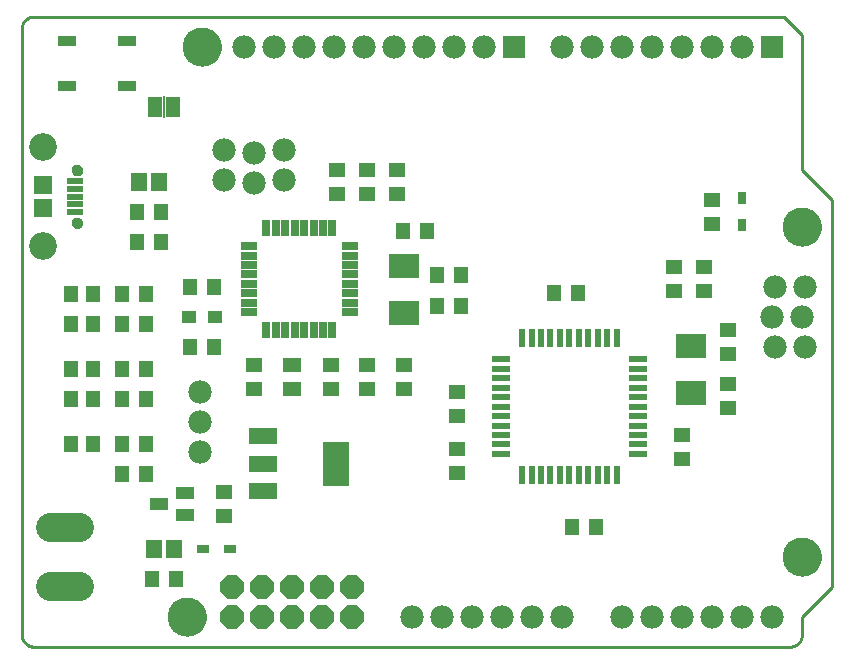
<source format=gts>
G75*
%MOIN*%
%OFA0B0*%
%FSLAX25Y25*%
%IPPOS*%
%LPD*%
%AMOC8*
5,1,8,0,0,1.08239X$1,22.5*
%
%ADD10C,0.01000*%
%ADD11C,0.00000*%
%ADD12C,0.12998*%
%ADD13C,0.07800*%
%ADD14R,0.07800X0.07800*%
%ADD15C,0.09258*%
%ADD16R,0.05715X0.01975*%
%ADD17R,0.05906X0.05906*%
%ADD18C,0.03746*%
%ADD19R,0.06306X0.02369*%
%ADD20R,0.02369X0.06306*%
%ADD21R,0.05400X0.02600*%
%ADD22R,0.02600X0.05400*%
%ADD23R,0.05518X0.06306*%
%ADD24R,0.05124X0.05518*%
%ADD25R,0.05124X0.04337*%
%ADD26R,0.09849X0.08274*%
%ADD27R,0.05518X0.05124*%
%ADD28R,0.09200X0.05200*%
%ADD29R,0.09061X0.14573*%
%ADD30R,0.02762X0.04337*%
%ADD31R,0.06400X0.03400*%
%ADD32R,0.05000X0.06700*%
%ADD33R,0.00600X0.07200*%
%ADD34OC8,0.07800*%
%ADD35C,0.09770*%
%ADD36R,0.05912X0.04337*%
%ADD37R,0.04337X0.02762*%
%ADD38R,0.06109X0.05124*%
D10*
X0024473Y0009437D02*
X0024473Y0211563D01*
X0024475Y0211687D01*
X0024481Y0211810D01*
X0024490Y0211934D01*
X0024504Y0212056D01*
X0024521Y0212179D01*
X0024543Y0212301D01*
X0024568Y0212422D01*
X0024597Y0212542D01*
X0024629Y0212661D01*
X0024666Y0212780D01*
X0024706Y0212897D01*
X0024749Y0213012D01*
X0024797Y0213127D01*
X0024848Y0213239D01*
X0024902Y0213350D01*
X0024960Y0213460D01*
X0025021Y0213567D01*
X0025086Y0213673D01*
X0025154Y0213776D01*
X0025225Y0213877D01*
X0025299Y0213976D01*
X0025376Y0214073D01*
X0025457Y0214167D01*
X0025540Y0214258D01*
X0025626Y0214347D01*
X0025715Y0214433D01*
X0025806Y0214516D01*
X0025900Y0214597D01*
X0025997Y0214674D01*
X0026096Y0214748D01*
X0026197Y0214819D01*
X0026300Y0214887D01*
X0026406Y0214952D01*
X0026513Y0215013D01*
X0026623Y0215071D01*
X0026734Y0215125D01*
X0026846Y0215176D01*
X0026961Y0215224D01*
X0027076Y0215267D01*
X0027193Y0215307D01*
X0027312Y0215344D01*
X0027431Y0215376D01*
X0027551Y0215405D01*
X0027672Y0215430D01*
X0027794Y0215452D01*
X0027917Y0215469D01*
X0028039Y0215483D01*
X0028163Y0215492D01*
X0028286Y0215498D01*
X0028410Y0215500D01*
X0278473Y0215500D01*
X0284473Y0209500D01*
X0284473Y0164500D01*
X0294473Y0154500D01*
X0294473Y0025500D01*
X0284473Y0015500D01*
X0284473Y0009437D01*
X0284471Y0009313D01*
X0284465Y0009190D01*
X0284456Y0009066D01*
X0284442Y0008944D01*
X0284425Y0008821D01*
X0284403Y0008699D01*
X0284378Y0008578D01*
X0284349Y0008458D01*
X0284317Y0008339D01*
X0284280Y0008220D01*
X0284240Y0008103D01*
X0284197Y0007988D01*
X0284149Y0007873D01*
X0284098Y0007761D01*
X0284044Y0007650D01*
X0283986Y0007540D01*
X0283925Y0007433D01*
X0283860Y0007327D01*
X0283792Y0007224D01*
X0283721Y0007123D01*
X0283647Y0007024D01*
X0283570Y0006927D01*
X0283489Y0006833D01*
X0283406Y0006742D01*
X0283320Y0006653D01*
X0283231Y0006567D01*
X0283140Y0006484D01*
X0283046Y0006403D01*
X0282949Y0006326D01*
X0282850Y0006252D01*
X0282749Y0006181D01*
X0282646Y0006113D01*
X0282540Y0006048D01*
X0282433Y0005987D01*
X0282323Y0005929D01*
X0282212Y0005875D01*
X0282100Y0005824D01*
X0281985Y0005776D01*
X0281870Y0005733D01*
X0281753Y0005693D01*
X0281634Y0005656D01*
X0281515Y0005624D01*
X0281395Y0005595D01*
X0281274Y0005570D01*
X0281152Y0005548D01*
X0281029Y0005531D01*
X0280907Y0005517D01*
X0280783Y0005508D01*
X0280660Y0005502D01*
X0280536Y0005500D01*
X0028410Y0005500D01*
X0028286Y0005502D01*
X0028163Y0005508D01*
X0028039Y0005517D01*
X0027917Y0005531D01*
X0027794Y0005548D01*
X0027672Y0005570D01*
X0027551Y0005595D01*
X0027431Y0005624D01*
X0027312Y0005656D01*
X0027193Y0005693D01*
X0027076Y0005733D01*
X0026961Y0005776D01*
X0026846Y0005824D01*
X0026734Y0005875D01*
X0026623Y0005929D01*
X0026513Y0005987D01*
X0026406Y0006048D01*
X0026300Y0006113D01*
X0026197Y0006181D01*
X0026096Y0006252D01*
X0025997Y0006326D01*
X0025900Y0006403D01*
X0025806Y0006484D01*
X0025715Y0006567D01*
X0025626Y0006653D01*
X0025540Y0006742D01*
X0025457Y0006833D01*
X0025376Y0006927D01*
X0025299Y0007024D01*
X0025225Y0007123D01*
X0025154Y0007224D01*
X0025086Y0007327D01*
X0025021Y0007433D01*
X0024960Y0007540D01*
X0024902Y0007650D01*
X0024848Y0007761D01*
X0024797Y0007873D01*
X0024749Y0007988D01*
X0024706Y0008103D01*
X0024666Y0008220D01*
X0024629Y0008339D01*
X0024597Y0008458D01*
X0024568Y0008578D01*
X0024543Y0008699D01*
X0024521Y0008821D01*
X0024504Y0008944D01*
X0024490Y0009066D01*
X0024481Y0009190D01*
X0024475Y0009313D01*
X0024473Y0009437D01*
D11*
X0073174Y0015500D02*
X0073176Y0015658D01*
X0073182Y0015816D01*
X0073192Y0015974D01*
X0073206Y0016132D01*
X0073224Y0016289D01*
X0073245Y0016446D01*
X0073271Y0016602D01*
X0073301Y0016758D01*
X0073334Y0016913D01*
X0073372Y0017066D01*
X0073413Y0017219D01*
X0073458Y0017371D01*
X0073507Y0017522D01*
X0073560Y0017671D01*
X0073616Y0017819D01*
X0073676Y0017965D01*
X0073740Y0018110D01*
X0073808Y0018253D01*
X0073879Y0018395D01*
X0073953Y0018535D01*
X0074031Y0018672D01*
X0074113Y0018808D01*
X0074197Y0018942D01*
X0074286Y0019073D01*
X0074377Y0019202D01*
X0074472Y0019329D01*
X0074569Y0019454D01*
X0074670Y0019576D01*
X0074774Y0019695D01*
X0074881Y0019812D01*
X0074991Y0019926D01*
X0075104Y0020037D01*
X0075219Y0020146D01*
X0075337Y0020251D01*
X0075458Y0020353D01*
X0075581Y0020453D01*
X0075707Y0020549D01*
X0075835Y0020642D01*
X0075965Y0020732D01*
X0076098Y0020818D01*
X0076233Y0020902D01*
X0076369Y0020981D01*
X0076508Y0021058D01*
X0076649Y0021130D01*
X0076791Y0021200D01*
X0076935Y0021265D01*
X0077081Y0021327D01*
X0077228Y0021385D01*
X0077377Y0021440D01*
X0077527Y0021491D01*
X0077678Y0021538D01*
X0077830Y0021581D01*
X0077983Y0021620D01*
X0078138Y0021656D01*
X0078293Y0021687D01*
X0078449Y0021715D01*
X0078605Y0021739D01*
X0078762Y0021759D01*
X0078920Y0021775D01*
X0079077Y0021787D01*
X0079236Y0021795D01*
X0079394Y0021799D01*
X0079552Y0021799D01*
X0079710Y0021795D01*
X0079869Y0021787D01*
X0080026Y0021775D01*
X0080184Y0021759D01*
X0080341Y0021739D01*
X0080497Y0021715D01*
X0080653Y0021687D01*
X0080808Y0021656D01*
X0080963Y0021620D01*
X0081116Y0021581D01*
X0081268Y0021538D01*
X0081419Y0021491D01*
X0081569Y0021440D01*
X0081718Y0021385D01*
X0081865Y0021327D01*
X0082011Y0021265D01*
X0082155Y0021200D01*
X0082297Y0021130D01*
X0082438Y0021058D01*
X0082577Y0020981D01*
X0082713Y0020902D01*
X0082848Y0020818D01*
X0082981Y0020732D01*
X0083111Y0020642D01*
X0083239Y0020549D01*
X0083365Y0020453D01*
X0083488Y0020353D01*
X0083609Y0020251D01*
X0083727Y0020146D01*
X0083842Y0020037D01*
X0083955Y0019926D01*
X0084065Y0019812D01*
X0084172Y0019695D01*
X0084276Y0019576D01*
X0084377Y0019454D01*
X0084474Y0019329D01*
X0084569Y0019202D01*
X0084660Y0019073D01*
X0084749Y0018942D01*
X0084833Y0018808D01*
X0084915Y0018672D01*
X0084993Y0018535D01*
X0085067Y0018395D01*
X0085138Y0018253D01*
X0085206Y0018110D01*
X0085270Y0017965D01*
X0085330Y0017819D01*
X0085386Y0017671D01*
X0085439Y0017522D01*
X0085488Y0017371D01*
X0085533Y0017219D01*
X0085574Y0017066D01*
X0085612Y0016913D01*
X0085645Y0016758D01*
X0085675Y0016602D01*
X0085701Y0016446D01*
X0085722Y0016289D01*
X0085740Y0016132D01*
X0085754Y0015974D01*
X0085764Y0015816D01*
X0085770Y0015658D01*
X0085772Y0015500D01*
X0085770Y0015342D01*
X0085764Y0015184D01*
X0085754Y0015026D01*
X0085740Y0014868D01*
X0085722Y0014711D01*
X0085701Y0014554D01*
X0085675Y0014398D01*
X0085645Y0014242D01*
X0085612Y0014087D01*
X0085574Y0013934D01*
X0085533Y0013781D01*
X0085488Y0013629D01*
X0085439Y0013478D01*
X0085386Y0013329D01*
X0085330Y0013181D01*
X0085270Y0013035D01*
X0085206Y0012890D01*
X0085138Y0012747D01*
X0085067Y0012605D01*
X0084993Y0012465D01*
X0084915Y0012328D01*
X0084833Y0012192D01*
X0084749Y0012058D01*
X0084660Y0011927D01*
X0084569Y0011798D01*
X0084474Y0011671D01*
X0084377Y0011546D01*
X0084276Y0011424D01*
X0084172Y0011305D01*
X0084065Y0011188D01*
X0083955Y0011074D01*
X0083842Y0010963D01*
X0083727Y0010854D01*
X0083609Y0010749D01*
X0083488Y0010647D01*
X0083365Y0010547D01*
X0083239Y0010451D01*
X0083111Y0010358D01*
X0082981Y0010268D01*
X0082848Y0010182D01*
X0082713Y0010098D01*
X0082577Y0010019D01*
X0082438Y0009942D01*
X0082297Y0009870D01*
X0082155Y0009800D01*
X0082011Y0009735D01*
X0081865Y0009673D01*
X0081718Y0009615D01*
X0081569Y0009560D01*
X0081419Y0009509D01*
X0081268Y0009462D01*
X0081116Y0009419D01*
X0080963Y0009380D01*
X0080808Y0009344D01*
X0080653Y0009313D01*
X0080497Y0009285D01*
X0080341Y0009261D01*
X0080184Y0009241D01*
X0080026Y0009225D01*
X0079869Y0009213D01*
X0079710Y0009205D01*
X0079552Y0009201D01*
X0079394Y0009201D01*
X0079236Y0009205D01*
X0079077Y0009213D01*
X0078920Y0009225D01*
X0078762Y0009241D01*
X0078605Y0009261D01*
X0078449Y0009285D01*
X0078293Y0009313D01*
X0078138Y0009344D01*
X0077983Y0009380D01*
X0077830Y0009419D01*
X0077678Y0009462D01*
X0077527Y0009509D01*
X0077377Y0009560D01*
X0077228Y0009615D01*
X0077081Y0009673D01*
X0076935Y0009735D01*
X0076791Y0009800D01*
X0076649Y0009870D01*
X0076508Y0009942D01*
X0076369Y0010019D01*
X0076233Y0010098D01*
X0076098Y0010182D01*
X0075965Y0010268D01*
X0075835Y0010358D01*
X0075707Y0010451D01*
X0075581Y0010547D01*
X0075458Y0010647D01*
X0075337Y0010749D01*
X0075219Y0010854D01*
X0075104Y0010963D01*
X0074991Y0011074D01*
X0074881Y0011188D01*
X0074774Y0011305D01*
X0074670Y0011424D01*
X0074569Y0011546D01*
X0074472Y0011671D01*
X0074377Y0011798D01*
X0074286Y0011927D01*
X0074197Y0012058D01*
X0074113Y0012192D01*
X0074031Y0012328D01*
X0073953Y0012465D01*
X0073879Y0012605D01*
X0073808Y0012747D01*
X0073740Y0012890D01*
X0073676Y0013035D01*
X0073616Y0013181D01*
X0073560Y0013329D01*
X0073507Y0013478D01*
X0073458Y0013629D01*
X0073413Y0013781D01*
X0073372Y0013934D01*
X0073334Y0014087D01*
X0073301Y0014242D01*
X0073271Y0014398D01*
X0073245Y0014554D01*
X0073224Y0014711D01*
X0073206Y0014868D01*
X0073192Y0015026D01*
X0073182Y0015184D01*
X0073176Y0015342D01*
X0073174Y0015500D01*
X0041218Y0146740D02*
X0041220Y0146821D01*
X0041226Y0146903D01*
X0041236Y0146984D01*
X0041250Y0147064D01*
X0041267Y0147143D01*
X0041289Y0147222D01*
X0041314Y0147299D01*
X0041343Y0147376D01*
X0041376Y0147450D01*
X0041413Y0147523D01*
X0041452Y0147594D01*
X0041496Y0147663D01*
X0041542Y0147730D01*
X0041592Y0147794D01*
X0041645Y0147856D01*
X0041701Y0147916D01*
X0041759Y0147972D01*
X0041821Y0148026D01*
X0041885Y0148077D01*
X0041951Y0148124D01*
X0042019Y0148168D01*
X0042090Y0148209D01*
X0042162Y0148246D01*
X0042237Y0148280D01*
X0042312Y0148310D01*
X0042390Y0148336D01*
X0042468Y0148359D01*
X0042547Y0148377D01*
X0042627Y0148392D01*
X0042708Y0148403D01*
X0042789Y0148410D01*
X0042871Y0148413D01*
X0042952Y0148412D01*
X0043033Y0148407D01*
X0043114Y0148398D01*
X0043195Y0148385D01*
X0043275Y0148368D01*
X0043353Y0148348D01*
X0043431Y0148323D01*
X0043508Y0148295D01*
X0043583Y0148263D01*
X0043656Y0148228D01*
X0043727Y0148189D01*
X0043797Y0148146D01*
X0043864Y0148101D01*
X0043930Y0148052D01*
X0043992Y0148000D01*
X0044052Y0147944D01*
X0044109Y0147886D01*
X0044164Y0147826D01*
X0044215Y0147762D01*
X0044263Y0147697D01*
X0044308Y0147629D01*
X0044350Y0147559D01*
X0044388Y0147487D01*
X0044423Y0147413D01*
X0044454Y0147338D01*
X0044481Y0147261D01*
X0044504Y0147183D01*
X0044524Y0147104D01*
X0044540Y0147024D01*
X0044552Y0146943D01*
X0044560Y0146862D01*
X0044564Y0146781D01*
X0044564Y0146699D01*
X0044560Y0146618D01*
X0044552Y0146537D01*
X0044540Y0146456D01*
X0044524Y0146376D01*
X0044504Y0146297D01*
X0044481Y0146219D01*
X0044454Y0146142D01*
X0044423Y0146067D01*
X0044388Y0145993D01*
X0044350Y0145921D01*
X0044308Y0145851D01*
X0044263Y0145783D01*
X0044215Y0145718D01*
X0044164Y0145654D01*
X0044109Y0145594D01*
X0044052Y0145536D01*
X0043992Y0145480D01*
X0043930Y0145428D01*
X0043864Y0145379D01*
X0043797Y0145334D01*
X0043728Y0145291D01*
X0043656Y0145252D01*
X0043583Y0145217D01*
X0043508Y0145185D01*
X0043431Y0145157D01*
X0043353Y0145132D01*
X0043275Y0145112D01*
X0043195Y0145095D01*
X0043114Y0145082D01*
X0043033Y0145073D01*
X0042952Y0145068D01*
X0042871Y0145067D01*
X0042789Y0145070D01*
X0042708Y0145077D01*
X0042627Y0145088D01*
X0042547Y0145103D01*
X0042468Y0145121D01*
X0042390Y0145144D01*
X0042312Y0145170D01*
X0042237Y0145200D01*
X0042162Y0145234D01*
X0042090Y0145271D01*
X0042019Y0145312D01*
X0041951Y0145356D01*
X0041885Y0145403D01*
X0041821Y0145454D01*
X0041759Y0145508D01*
X0041701Y0145564D01*
X0041645Y0145624D01*
X0041592Y0145686D01*
X0041542Y0145750D01*
X0041496Y0145817D01*
X0041452Y0145886D01*
X0041413Y0145957D01*
X0041376Y0146030D01*
X0041343Y0146104D01*
X0041314Y0146181D01*
X0041289Y0146258D01*
X0041267Y0146337D01*
X0041250Y0146416D01*
X0041236Y0146496D01*
X0041226Y0146577D01*
X0041220Y0146659D01*
X0041218Y0146740D01*
X0041218Y0164260D02*
X0041220Y0164341D01*
X0041226Y0164423D01*
X0041236Y0164504D01*
X0041250Y0164584D01*
X0041267Y0164663D01*
X0041289Y0164742D01*
X0041314Y0164819D01*
X0041343Y0164896D01*
X0041376Y0164970D01*
X0041413Y0165043D01*
X0041452Y0165114D01*
X0041496Y0165183D01*
X0041542Y0165250D01*
X0041592Y0165314D01*
X0041645Y0165376D01*
X0041701Y0165436D01*
X0041759Y0165492D01*
X0041821Y0165546D01*
X0041885Y0165597D01*
X0041951Y0165644D01*
X0042019Y0165688D01*
X0042090Y0165729D01*
X0042162Y0165766D01*
X0042237Y0165800D01*
X0042312Y0165830D01*
X0042390Y0165856D01*
X0042468Y0165879D01*
X0042547Y0165897D01*
X0042627Y0165912D01*
X0042708Y0165923D01*
X0042789Y0165930D01*
X0042871Y0165933D01*
X0042952Y0165932D01*
X0043033Y0165927D01*
X0043114Y0165918D01*
X0043195Y0165905D01*
X0043275Y0165888D01*
X0043353Y0165868D01*
X0043431Y0165843D01*
X0043508Y0165815D01*
X0043583Y0165783D01*
X0043656Y0165748D01*
X0043727Y0165709D01*
X0043797Y0165666D01*
X0043864Y0165621D01*
X0043930Y0165572D01*
X0043992Y0165520D01*
X0044052Y0165464D01*
X0044109Y0165406D01*
X0044164Y0165346D01*
X0044215Y0165282D01*
X0044263Y0165217D01*
X0044308Y0165149D01*
X0044350Y0165079D01*
X0044388Y0165007D01*
X0044423Y0164933D01*
X0044454Y0164858D01*
X0044481Y0164781D01*
X0044504Y0164703D01*
X0044524Y0164624D01*
X0044540Y0164544D01*
X0044552Y0164463D01*
X0044560Y0164382D01*
X0044564Y0164301D01*
X0044564Y0164219D01*
X0044560Y0164138D01*
X0044552Y0164057D01*
X0044540Y0163976D01*
X0044524Y0163896D01*
X0044504Y0163817D01*
X0044481Y0163739D01*
X0044454Y0163662D01*
X0044423Y0163587D01*
X0044388Y0163513D01*
X0044350Y0163441D01*
X0044308Y0163371D01*
X0044263Y0163303D01*
X0044215Y0163238D01*
X0044164Y0163174D01*
X0044109Y0163114D01*
X0044052Y0163056D01*
X0043992Y0163000D01*
X0043930Y0162948D01*
X0043864Y0162899D01*
X0043797Y0162854D01*
X0043728Y0162811D01*
X0043656Y0162772D01*
X0043583Y0162737D01*
X0043508Y0162705D01*
X0043431Y0162677D01*
X0043353Y0162652D01*
X0043275Y0162632D01*
X0043195Y0162615D01*
X0043114Y0162602D01*
X0043033Y0162593D01*
X0042952Y0162588D01*
X0042871Y0162587D01*
X0042789Y0162590D01*
X0042708Y0162597D01*
X0042627Y0162608D01*
X0042547Y0162623D01*
X0042468Y0162641D01*
X0042390Y0162664D01*
X0042312Y0162690D01*
X0042237Y0162720D01*
X0042162Y0162754D01*
X0042090Y0162791D01*
X0042019Y0162832D01*
X0041951Y0162876D01*
X0041885Y0162923D01*
X0041821Y0162974D01*
X0041759Y0163028D01*
X0041701Y0163084D01*
X0041645Y0163144D01*
X0041592Y0163206D01*
X0041542Y0163270D01*
X0041496Y0163337D01*
X0041452Y0163406D01*
X0041413Y0163477D01*
X0041376Y0163550D01*
X0041343Y0163624D01*
X0041314Y0163701D01*
X0041289Y0163778D01*
X0041267Y0163857D01*
X0041250Y0163936D01*
X0041236Y0164016D01*
X0041226Y0164097D01*
X0041220Y0164179D01*
X0041218Y0164260D01*
X0078174Y0205500D02*
X0078176Y0205658D01*
X0078182Y0205816D01*
X0078192Y0205974D01*
X0078206Y0206132D01*
X0078224Y0206289D01*
X0078245Y0206446D01*
X0078271Y0206602D01*
X0078301Y0206758D01*
X0078334Y0206913D01*
X0078372Y0207066D01*
X0078413Y0207219D01*
X0078458Y0207371D01*
X0078507Y0207522D01*
X0078560Y0207671D01*
X0078616Y0207819D01*
X0078676Y0207965D01*
X0078740Y0208110D01*
X0078808Y0208253D01*
X0078879Y0208395D01*
X0078953Y0208535D01*
X0079031Y0208672D01*
X0079113Y0208808D01*
X0079197Y0208942D01*
X0079286Y0209073D01*
X0079377Y0209202D01*
X0079472Y0209329D01*
X0079569Y0209454D01*
X0079670Y0209576D01*
X0079774Y0209695D01*
X0079881Y0209812D01*
X0079991Y0209926D01*
X0080104Y0210037D01*
X0080219Y0210146D01*
X0080337Y0210251D01*
X0080458Y0210353D01*
X0080581Y0210453D01*
X0080707Y0210549D01*
X0080835Y0210642D01*
X0080965Y0210732D01*
X0081098Y0210818D01*
X0081233Y0210902D01*
X0081369Y0210981D01*
X0081508Y0211058D01*
X0081649Y0211130D01*
X0081791Y0211200D01*
X0081935Y0211265D01*
X0082081Y0211327D01*
X0082228Y0211385D01*
X0082377Y0211440D01*
X0082527Y0211491D01*
X0082678Y0211538D01*
X0082830Y0211581D01*
X0082983Y0211620D01*
X0083138Y0211656D01*
X0083293Y0211687D01*
X0083449Y0211715D01*
X0083605Y0211739D01*
X0083762Y0211759D01*
X0083920Y0211775D01*
X0084077Y0211787D01*
X0084236Y0211795D01*
X0084394Y0211799D01*
X0084552Y0211799D01*
X0084710Y0211795D01*
X0084869Y0211787D01*
X0085026Y0211775D01*
X0085184Y0211759D01*
X0085341Y0211739D01*
X0085497Y0211715D01*
X0085653Y0211687D01*
X0085808Y0211656D01*
X0085963Y0211620D01*
X0086116Y0211581D01*
X0086268Y0211538D01*
X0086419Y0211491D01*
X0086569Y0211440D01*
X0086718Y0211385D01*
X0086865Y0211327D01*
X0087011Y0211265D01*
X0087155Y0211200D01*
X0087297Y0211130D01*
X0087438Y0211058D01*
X0087577Y0210981D01*
X0087713Y0210902D01*
X0087848Y0210818D01*
X0087981Y0210732D01*
X0088111Y0210642D01*
X0088239Y0210549D01*
X0088365Y0210453D01*
X0088488Y0210353D01*
X0088609Y0210251D01*
X0088727Y0210146D01*
X0088842Y0210037D01*
X0088955Y0209926D01*
X0089065Y0209812D01*
X0089172Y0209695D01*
X0089276Y0209576D01*
X0089377Y0209454D01*
X0089474Y0209329D01*
X0089569Y0209202D01*
X0089660Y0209073D01*
X0089749Y0208942D01*
X0089833Y0208808D01*
X0089915Y0208672D01*
X0089993Y0208535D01*
X0090067Y0208395D01*
X0090138Y0208253D01*
X0090206Y0208110D01*
X0090270Y0207965D01*
X0090330Y0207819D01*
X0090386Y0207671D01*
X0090439Y0207522D01*
X0090488Y0207371D01*
X0090533Y0207219D01*
X0090574Y0207066D01*
X0090612Y0206913D01*
X0090645Y0206758D01*
X0090675Y0206602D01*
X0090701Y0206446D01*
X0090722Y0206289D01*
X0090740Y0206132D01*
X0090754Y0205974D01*
X0090764Y0205816D01*
X0090770Y0205658D01*
X0090772Y0205500D01*
X0090770Y0205342D01*
X0090764Y0205184D01*
X0090754Y0205026D01*
X0090740Y0204868D01*
X0090722Y0204711D01*
X0090701Y0204554D01*
X0090675Y0204398D01*
X0090645Y0204242D01*
X0090612Y0204087D01*
X0090574Y0203934D01*
X0090533Y0203781D01*
X0090488Y0203629D01*
X0090439Y0203478D01*
X0090386Y0203329D01*
X0090330Y0203181D01*
X0090270Y0203035D01*
X0090206Y0202890D01*
X0090138Y0202747D01*
X0090067Y0202605D01*
X0089993Y0202465D01*
X0089915Y0202328D01*
X0089833Y0202192D01*
X0089749Y0202058D01*
X0089660Y0201927D01*
X0089569Y0201798D01*
X0089474Y0201671D01*
X0089377Y0201546D01*
X0089276Y0201424D01*
X0089172Y0201305D01*
X0089065Y0201188D01*
X0088955Y0201074D01*
X0088842Y0200963D01*
X0088727Y0200854D01*
X0088609Y0200749D01*
X0088488Y0200647D01*
X0088365Y0200547D01*
X0088239Y0200451D01*
X0088111Y0200358D01*
X0087981Y0200268D01*
X0087848Y0200182D01*
X0087713Y0200098D01*
X0087577Y0200019D01*
X0087438Y0199942D01*
X0087297Y0199870D01*
X0087155Y0199800D01*
X0087011Y0199735D01*
X0086865Y0199673D01*
X0086718Y0199615D01*
X0086569Y0199560D01*
X0086419Y0199509D01*
X0086268Y0199462D01*
X0086116Y0199419D01*
X0085963Y0199380D01*
X0085808Y0199344D01*
X0085653Y0199313D01*
X0085497Y0199285D01*
X0085341Y0199261D01*
X0085184Y0199241D01*
X0085026Y0199225D01*
X0084869Y0199213D01*
X0084710Y0199205D01*
X0084552Y0199201D01*
X0084394Y0199201D01*
X0084236Y0199205D01*
X0084077Y0199213D01*
X0083920Y0199225D01*
X0083762Y0199241D01*
X0083605Y0199261D01*
X0083449Y0199285D01*
X0083293Y0199313D01*
X0083138Y0199344D01*
X0082983Y0199380D01*
X0082830Y0199419D01*
X0082678Y0199462D01*
X0082527Y0199509D01*
X0082377Y0199560D01*
X0082228Y0199615D01*
X0082081Y0199673D01*
X0081935Y0199735D01*
X0081791Y0199800D01*
X0081649Y0199870D01*
X0081508Y0199942D01*
X0081369Y0200019D01*
X0081233Y0200098D01*
X0081098Y0200182D01*
X0080965Y0200268D01*
X0080835Y0200358D01*
X0080707Y0200451D01*
X0080581Y0200547D01*
X0080458Y0200647D01*
X0080337Y0200749D01*
X0080219Y0200854D01*
X0080104Y0200963D01*
X0079991Y0201074D01*
X0079881Y0201188D01*
X0079774Y0201305D01*
X0079670Y0201424D01*
X0079569Y0201546D01*
X0079472Y0201671D01*
X0079377Y0201798D01*
X0079286Y0201927D01*
X0079197Y0202058D01*
X0079113Y0202192D01*
X0079031Y0202328D01*
X0078953Y0202465D01*
X0078879Y0202605D01*
X0078808Y0202747D01*
X0078740Y0202890D01*
X0078676Y0203035D01*
X0078616Y0203181D01*
X0078560Y0203329D01*
X0078507Y0203478D01*
X0078458Y0203629D01*
X0078413Y0203781D01*
X0078372Y0203934D01*
X0078334Y0204087D01*
X0078301Y0204242D01*
X0078271Y0204398D01*
X0078245Y0204554D01*
X0078224Y0204711D01*
X0078206Y0204868D01*
X0078192Y0205026D01*
X0078182Y0205184D01*
X0078176Y0205342D01*
X0078174Y0205500D01*
X0278174Y0145500D02*
X0278176Y0145658D01*
X0278182Y0145816D01*
X0278192Y0145974D01*
X0278206Y0146132D01*
X0278224Y0146289D01*
X0278245Y0146446D01*
X0278271Y0146602D01*
X0278301Y0146758D01*
X0278334Y0146913D01*
X0278372Y0147066D01*
X0278413Y0147219D01*
X0278458Y0147371D01*
X0278507Y0147522D01*
X0278560Y0147671D01*
X0278616Y0147819D01*
X0278676Y0147965D01*
X0278740Y0148110D01*
X0278808Y0148253D01*
X0278879Y0148395D01*
X0278953Y0148535D01*
X0279031Y0148672D01*
X0279113Y0148808D01*
X0279197Y0148942D01*
X0279286Y0149073D01*
X0279377Y0149202D01*
X0279472Y0149329D01*
X0279569Y0149454D01*
X0279670Y0149576D01*
X0279774Y0149695D01*
X0279881Y0149812D01*
X0279991Y0149926D01*
X0280104Y0150037D01*
X0280219Y0150146D01*
X0280337Y0150251D01*
X0280458Y0150353D01*
X0280581Y0150453D01*
X0280707Y0150549D01*
X0280835Y0150642D01*
X0280965Y0150732D01*
X0281098Y0150818D01*
X0281233Y0150902D01*
X0281369Y0150981D01*
X0281508Y0151058D01*
X0281649Y0151130D01*
X0281791Y0151200D01*
X0281935Y0151265D01*
X0282081Y0151327D01*
X0282228Y0151385D01*
X0282377Y0151440D01*
X0282527Y0151491D01*
X0282678Y0151538D01*
X0282830Y0151581D01*
X0282983Y0151620D01*
X0283138Y0151656D01*
X0283293Y0151687D01*
X0283449Y0151715D01*
X0283605Y0151739D01*
X0283762Y0151759D01*
X0283920Y0151775D01*
X0284077Y0151787D01*
X0284236Y0151795D01*
X0284394Y0151799D01*
X0284552Y0151799D01*
X0284710Y0151795D01*
X0284869Y0151787D01*
X0285026Y0151775D01*
X0285184Y0151759D01*
X0285341Y0151739D01*
X0285497Y0151715D01*
X0285653Y0151687D01*
X0285808Y0151656D01*
X0285963Y0151620D01*
X0286116Y0151581D01*
X0286268Y0151538D01*
X0286419Y0151491D01*
X0286569Y0151440D01*
X0286718Y0151385D01*
X0286865Y0151327D01*
X0287011Y0151265D01*
X0287155Y0151200D01*
X0287297Y0151130D01*
X0287438Y0151058D01*
X0287577Y0150981D01*
X0287713Y0150902D01*
X0287848Y0150818D01*
X0287981Y0150732D01*
X0288111Y0150642D01*
X0288239Y0150549D01*
X0288365Y0150453D01*
X0288488Y0150353D01*
X0288609Y0150251D01*
X0288727Y0150146D01*
X0288842Y0150037D01*
X0288955Y0149926D01*
X0289065Y0149812D01*
X0289172Y0149695D01*
X0289276Y0149576D01*
X0289377Y0149454D01*
X0289474Y0149329D01*
X0289569Y0149202D01*
X0289660Y0149073D01*
X0289749Y0148942D01*
X0289833Y0148808D01*
X0289915Y0148672D01*
X0289993Y0148535D01*
X0290067Y0148395D01*
X0290138Y0148253D01*
X0290206Y0148110D01*
X0290270Y0147965D01*
X0290330Y0147819D01*
X0290386Y0147671D01*
X0290439Y0147522D01*
X0290488Y0147371D01*
X0290533Y0147219D01*
X0290574Y0147066D01*
X0290612Y0146913D01*
X0290645Y0146758D01*
X0290675Y0146602D01*
X0290701Y0146446D01*
X0290722Y0146289D01*
X0290740Y0146132D01*
X0290754Y0145974D01*
X0290764Y0145816D01*
X0290770Y0145658D01*
X0290772Y0145500D01*
X0290770Y0145342D01*
X0290764Y0145184D01*
X0290754Y0145026D01*
X0290740Y0144868D01*
X0290722Y0144711D01*
X0290701Y0144554D01*
X0290675Y0144398D01*
X0290645Y0144242D01*
X0290612Y0144087D01*
X0290574Y0143934D01*
X0290533Y0143781D01*
X0290488Y0143629D01*
X0290439Y0143478D01*
X0290386Y0143329D01*
X0290330Y0143181D01*
X0290270Y0143035D01*
X0290206Y0142890D01*
X0290138Y0142747D01*
X0290067Y0142605D01*
X0289993Y0142465D01*
X0289915Y0142328D01*
X0289833Y0142192D01*
X0289749Y0142058D01*
X0289660Y0141927D01*
X0289569Y0141798D01*
X0289474Y0141671D01*
X0289377Y0141546D01*
X0289276Y0141424D01*
X0289172Y0141305D01*
X0289065Y0141188D01*
X0288955Y0141074D01*
X0288842Y0140963D01*
X0288727Y0140854D01*
X0288609Y0140749D01*
X0288488Y0140647D01*
X0288365Y0140547D01*
X0288239Y0140451D01*
X0288111Y0140358D01*
X0287981Y0140268D01*
X0287848Y0140182D01*
X0287713Y0140098D01*
X0287577Y0140019D01*
X0287438Y0139942D01*
X0287297Y0139870D01*
X0287155Y0139800D01*
X0287011Y0139735D01*
X0286865Y0139673D01*
X0286718Y0139615D01*
X0286569Y0139560D01*
X0286419Y0139509D01*
X0286268Y0139462D01*
X0286116Y0139419D01*
X0285963Y0139380D01*
X0285808Y0139344D01*
X0285653Y0139313D01*
X0285497Y0139285D01*
X0285341Y0139261D01*
X0285184Y0139241D01*
X0285026Y0139225D01*
X0284869Y0139213D01*
X0284710Y0139205D01*
X0284552Y0139201D01*
X0284394Y0139201D01*
X0284236Y0139205D01*
X0284077Y0139213D01*
X0283920Y0139225D01*
X0283762Y0139241D01*
X0283605Y0139261D01*
X0283449Y0139285D01*
X0283293Y0139313D01*
X0283138Y0139344D01*
X0282983Y0139380D01*
X0282830Y0139419D01*
X0282678Y0139462D01*
X0282527Y0139509D01*
X0282377Y0139560D01*
X0282228Y0139615D01*
X0282081Y0139673D01*
X0281935Y0139735D01*
X0281791Y0139800D01*
X0281649Y0139870D01*
X0281508Y0139942D01*
X0281369Y0140019D01*
X0281233Y0140098D01*
X0281098Y0140182D01*
X0280965Y0140268D01*
X0280835Y0140358D01*
X0280707Y0140451D01*
X0280581Y0140547D01*
X0280458Y0140647D01*
X0280337Y0140749D01*
X0280219Y0140854D01*
X0280104Y0140963D01*
X0279991Y0141074D01*
X0279881Y0141188D01*
X0279774Y0141305D01*
X0279670Y0141424D01*
X0279569Y0141546D01*
X0279472Y0141671D01*
X0279377Y0141798D01*
X0279286Y0141927D01*
X0279197Y0142058D01*
X0279113Y0142192D01*
X0279031Y0142328D01*
X0278953Y0142465D01*
X0278879Y0142605D01*
X0278808Y0142747D01*
X0278740Y0142890D01*
X0278676Y0143035D01*
X0278616Y0143181D01*
X0278560Y0143329D01*
X0278507Y0143478D01*
X0278458Y0143629D01*
X0278413Y0143781D01*
X0278372Y0143934D01*
X0278334Y0144087D01*
X0278301Y0144242D01*
X0278271Y0144398D01*
X0278245Y0144554D01*
X0278224Y0144711D01*
X0278206Y0144868D01*
X0278192Y0145026D01*
X0278182Y0145184D01*
X0278176Y0145342D01*
X0278174Y0145500D01*
X0278174Y0035500D02*
X0278176Y0035658D01*
X0278182Y0035816D01*
X0278192Y0035974D01*
X0278206Y0036132D01*
X0278224Y0036289D01*
X0278245Y0036446D01*
X0278271Y0036602D01*
X0278301Y0036758D01*
X0278334Y0036913D01*
X0278372Y0037066D01*
X0278413Y0037219D01*
X0278458Y0037371D01*
X0278507Y0037522D01*
X0278560Y0037671D01*
X0278616Y0037819D01*
X0278676Y0037965D01*
X0278740Y0038110D01*
X0278808Y0038253D01*
X0278879Y0038395D01*
X0278953Y0038535D01*
X0279031Y0038672D01*
X0279113Y0038808D01*
X0279197Y0038942D01*
X0279286Y0039073D01*
X0279377Y0039202D01*
X0279472Y0039329D01*
X0279569Y0039454D01*
X0279670Y0039576D01*
X0279774Y0039695D01*
X0279881Y0039812D01*
X0279991Y0039926D01*
X0280104Y0040037D01*
X0280219Y0040146D01*
X0280337Y0040251D01*
X0280458Y0040353D01*
X0280581Y0040453D01*
X0280707Y0040549D01*
X0280835Y0040642D01*
X0280965Y0040732D01*
X0281098Y0040818D01*
X0281233Y0040902D01*
X0281369Y0040981D01*
X0281508Y0041058D01*
X0281649Y0041130D01*
X0281791Y0041200D01*
X0281935Y0041265D01*
X0282081Y0041327D01*
X0282228Y0041385D01*
X0282377Y0041440D01*
X0282527Y0041491D01*
X0282678Y0041538D01*
X0282830Y0041581D01*
X0282983Y0041620D01*
X0283138Y0041656D01*
X0283293Y0041687D01*
X0283449Y0041715D01*
X0283605Y0041739D01*
X0283762Y0041759D01*
X0283920Y0041775D01*
X0284077Y0041787D01*
X0284236Y0041795D01*
X0284394Y0041799D01*
X0284552Y0041799D01*
X0284710Y0041795D01*
X0284869Y0041787D01*
X0285026Y0041775D01*
X0285184Y0041759D01*
X0285341Y0041739D01*
X0285497Y0041715D01*
X0285653Y0041687D01*
X0285808Y0041656D01*
X0285963Y0041620D01*
X0286116Y0041581D01*
X0286268Y0041538D01*
X0286419Y0041491D01*
X0286569Y0041440D01*
X0286718Y0041385D01*
X0286865Y0041327D01*
X0287011Y0041265D01*
X0287155Y0041200D01*
X0287297Y0041130D01*
X0287438Y0041058D01*
X0287577Y0040981D01*
X0287713Y0040902D01*
X0287848Y0040818D01*
X0287981Y0040732D01*
X0288111Y0040642D01*
X0288239Y0040549D01*
X0288365Y0040453D01*
X0288488Y0040353D01*
X0288609Y0040251D01*
X0288727Y0040146D01*
X0288842Y0040037D01*
X0288955Y0039926D01*
X0289065Y0039812D01*
X0289172Y0039695D01*
X0289276Y0039576D01*
X0289377Y0039454D01*
X0289474Y0039329D01*
X0289569Y0039202D01*
X0289660Y0039073D01*
X0289749Y0038942D01*
X0289833Y0038808D01*
X0289915Y0038672D01*
X0289993Y0038535D01*
X0290067Y0038395D01*
X0290138Y0038253D01*
X0290206Y0038110D01*
X0290270Y0037965D01*
X0290330Y0037819D01*
X0290386Y0037671D01*
X0290439Y0037522D01*
X0290488Y0037371D01*
X0290533Y0037219D01*
X0290574Y0037066D01*
X0290612Y0036913D01*
X0290645Y0036758D01*
X0290675Y0036602D01*
X0290701Y0036446D01*
X0290722Y0036289D01*
X0290740Y0036132D01*
X0290754Y0035974D01*
X0290764Y0035816D01*
X0290770Y0035658D01*
X0290772Y0035500D01*
X0290770Y0035342D01*
X0290764Y0035184D01*
X0290754Y0035026D01*
X0290740Y0034868D01*
X0290722Y0034711D01*
X0290701Y0034554D01*
X0290675Y0034398D01*
X0290645Y0034242D01*
X0290612Y0034087D01*
X0290574Y0033934D01*
X0290533Y0033781D01*
X0290488Y0033629D01*
X0290439Y0033478D01*
X0290386Y0033329D01*
X0290330Y0033181D01*
X0290270Y0033035D01*
X0290206Y0032890D01*
X0290138Y0032747D01*
X0290067Y0032605D01*
X0289993Y0032465D01*
X0289915Y0032328D01*
X0289833Y0032192D01*
X0289749Y0032058D01*
X0289660Y0031927D01*
X0289569Y0031798D01*
X0289474Y0031671D01*
X0289377Y0031546D01*
X0289276Y0031424D01*
X0289172Y0031305D01*
X0289065Y0031188D01*
X0288955Y0031074D01*
X0288842Y0030963D01*
X0288727Y0030854D01*
X0288609Y0030749D01*
X0288488Y0030647D01*
X0288365Y0030547D01*
X0288239Y0030451D01*
X0288111Y0030358D01*
X0287981Y0030268D01*
X0287848Y0030182D01*
X0287713Y0030098D01*
X0287577Y0030019D01*
X0287438Y0029942D01*
X0287297Y0029870D01*
X0287155Y0029800D01*
X0287011Y0029735D01*
X0286865Y0029673D01*
X0286718Y0029615D01*
X0286569Y0029560D01*
X0286419Y0029509D01*
X0286268Y0029462D01*
X0286116Y0029419D01*
X0285963Y0029380D01*
X0285808Y0029344D01*
X0285653Y0029313D01*
X0285497Y0029285D01*
X0285341Y0029261D01*
X0285184Y0029241D01*
X0285026Y0029225D01*
X0284869Y0029213D01*
X0284710Y0029205D01*
X0284552Y0029201D01*
X0284394Y0029201D01*
X0284236Y0029205D01*
X0284077Y0029213D01*
X0283920Y0029225D01*
X0283762Y0029241D01*
X0283605Y0029261D01*
X0283449Y0029285D01*
X0283293Y0029313D01*
X0283138Y0029344D01*
X0282983Y0029380D01*
X0282830Y0029419D01*
X0282678Y0029462D01*
X0282527Y0029509D01*
X0282377Y0029560D01*
X0282228Y0029615D01*
X0282081Y0029673D01*
X0281935Y0029735D01*
X0281791Y0029800D01*
X0281649Y0029870D01*
X0281508Y0029942D01*
X0281369Y0030019D01*
X0281233Y0030098D01*
X0281098Y0030182D01*
X0280965Y0030268D01*
X0280835Y0030358D01*
X0280707Y0030451D01*
X0280581Y0030547D01*
X0280458Y0030647D01*
X0280337Y0030749D01*
X0280219Y0030854D01*
X0280104Y0030963D01*
X0279991Y0031074D01*
X0279881Y0031188D01*
X0279774Y0031305D01*
X0279670Y0031424D01*
X0279569Y0031546D01*
X0279472Y0031671D01*
X0279377Y0031798D01*
X0279286Y0031927D01*
X0279197Y0032058D01*
X0279113Y0032192D01*
X0279031Y0032328D01*
X0278953Y0032465D01*
X0278879Y0032605D01*
X0278808Y0032747D01*
X0278740Y0032890D01*
X0278676Y0033035D01*
X0278616Y0033181D01*
X0278560Y0033329D01*
X0278507Y0033478D01*
X0278458Y0033629D01*
X0278413Y0033781D01*
X0278372Y0033934D01*
X0278334Y0034087D01*
X0278301Y0034242D01*
X0278271Y0034398D01*
X0278245Y0034554D01*
X0278224Y0034711D01*
X0278206Y0034868D01*
X0278192Y0035026D01*
X0278182Y0035184D01*
X0278176Y0035342D01*
X0278174Y0035500D01*
D12*
X0284473Y0035500D03*
X0284473Y0145500D03*
X0084473Y0205500D03*
X0079473Y0015500D03*
D13*
X0083973Y0070500D03*
X0083973Y0080500D03*
X0083973Y0090500D03*
X0091973Y0161000D03*
X0101973Y0160000D03*
X0111973Y0161000D03*
X0101973Y0170000D03*
X0091973Y0171000D03*
X0111973Y0171000D03*
X0108473Y0205500D03*
X0098473Y0205500D03*
X0118473Y0205500D03*
X0128473Y0205500D03*
X0138473Y0205500D03*
X0148473Y0205500D03*
X0158473Y0205500D03*
X0168473Y0205500D03*
X0178473Y0205500D03*
X0204473Y0205500D03*
X0214473Y0205500D03*
X0224473Y0205500D03*
X0234473Y0205500D03*
X0244473Y0205500D03*
X0254473Y0205500D03*
X0264473Y0205500D03*
X0275473Y0125500D03*
X0285473Y0125500D03*
X0284473Y0115500D03*
X0274473Y0115500D03*
X0275473Y0105500D03*
X0285473Y0105500D03*
X0274473Y0015500D03*
X0264473Y0015500D03*
X0254473Y0015500D03*
X0244473Y0015500D03*
X0234473Y0015500D03*
X0224473Y0015500D03*
X0204473Y0015500D03*
X0194473Y0015500D03*
X0184473Y0015500D03*
X0174473Y0015500D03*
X0164473Y0015500D03*
X0154473Y0015500D03*
D14*
X0188473Y0205500D03*
X0274473Y0205500D03*
D15*
X0031473Y0171937D03*
X0031473Y0139063D03*
D16*
X0042103Y0150382D03*
X0042103Y0152941D03*
X0042103Y0155500D03*
X0042103Y0158059D03*
X0042103Y0160618D03*
D17*
X0031473Y0159437D03*
X0031473Y0151563D03*
D18*
X0042891Y0146740D03*
X0042891Y0164260D03*
D19*
X0184139Y0101248D03*
X0184139Y0098098D03*
X0184139Y0094949D03*
X0184139Y0091799D03*
X0184139Y0088650D03*
X0184139Y0085500D03*
X0184139Y0082350D03*
X0184139Y0079201D03*
X0184139Y0076051D03*
X0184139Y0072902D03*
X0184139Y0069752D03*
X0229808Y0069752D03*
X0229808Y0072902D03*
X0229808Y0076051D03*
X0229808Y0079201D03*
X0229808Y0082350D03*
X0229808Y0085500D03*
X0229808Y0088650D03*
X0229808Y0091799D03*
X0229808Y0094949D03*
X0229808Y0098098D03*
X0229808Y0101248D03*
D20*
X0222721Y0108335D03*
X0219572Y0108335D03*
X0216422Y0108335D03*
X0213273Y0108335D03*
X0210123Y0108335D03*
X0206973Y0108335D03*
X0203824Y0108335D03*
X0200674Y0108335D03*
X0197525Y0108335D03*
X0194375Y0108335D03*
X0191225Y0108335D03*
X0191225Y0062665D03*
X0194375Y0062665D03*
X0197525Y0062665D03*
X0200674Y0062665D03*
X0203824Y0062665D03*
X0206973Y0062665D03*
X0210123Y0062665D03*
X0213273Y0062665D03*
X0216422Y0062665D03*
X0219572Y0062665D03*
X0222721Y0062665D03*
D21*
X0133873Y0116976D03*
X0133873Y0120126D03*
X0133873Y0123276D03*
X0133873Y0126425D03*
X0133873Y0129575D03*
X0133873Y0132724D03*
X0133873Y0135874D03*
X0133873Y0139024D03*
X0100073Y0139024D03*
X0100073Y0135874D03*
X0100073Y0132724D03*
X0100073Y0129575D03*
X0100073Y0126425D03*
X0100073Y0123276D03*
X0100073Y0120126D03*
X0100073Y0116976D03*
D22*
X0105950Y0111100D03*
X0109099Y0111100D03*
X0112249Y0111100D03*
X0115399Y0111100D03*
X0118548Y0111100D03*
X0121698Y0111100D03*
X0124847Y0111100D03*
X0127997Y0111100D03*
X0127997Y0144900D03*
X0124847Y0144900D03*
X0121698Y0144900D03*
X0118548Y0144900D03*
X0115399Y0144900D03*
X0112249Y0144900D03*
X0109099Y0144900D03*
X0105950Y0144900D03*
D23*
X0070320Y0160500D03*
X0063627Y0160500D03*
X0068627Y0038000D03*
X0075320Y0038000D03*
D24*
X0075973Y0028000D03*
X0067973Y0028000D03*
X0065973Y0063000D03*
X0057973Y0063000D03*
X0057973Y0073000D03*
X0065973Y0073000D03*
X0065973Y0088000D03*
X0057973Y0088000D03*
X0048223Y0088000D03*
X0040723Y0088000D03*
X0040723Y0098000D03*
X0048223Y0098000D03*
X0057973Y0098000D03*
X0065973Y0098000D03*
X0080473Y0105500D03*
X0088473Y0105500D03*
X0065973Y0113000D03*
X0057973Y0113000D03*
X0048223Y0113000D03*
X0040723Y0113000D03*
X0040723Y0123000D03*
X0048223Y0123000D03*
X0057973Y0123000D03*
X0065973Y0123000D03*
X0080473Y0125500D03*
X0088473Y0125500D03*
X0070973Y0140500D03*
X0062973Y0140500D03*
X0062973Y0150500D03*
X0070973Y0150500D03*
X0151473Y0144000D03*
X0159473Y0144000D03*
X0162973Y0129500D03*
X0170973Y0129500D03*
X0170973Y0119000D03*
X0162973Y0119000D03*
X0201973Y0123500D03*
X0209973Y0123500D03*
X0207973Y0045500D03*
X0215973Y0045500D03*
X0048223Y0073000D03*
X0040723Y0073000D03*
D25*
X0080143Y0115500D03*
X0088804Y0115500D03*
D26*
X0151973Y0116626D03*
X0151973Y0132374D03*
X0247473Y0105874D03*
X0247473Y0090126D03*
D27*
X0259973Y0093000D03*
X0259973Y0085000D03*
X0244473Y0076000D03*
X0244473Y0068000D03*
X0259973Y0103000D03*
X0259973Y0111000D03*
X0251973Y0124000D03*
X0251973Y0132000D03*
X0241973Y0132000D03*
X0241973Y0124000D03*
X0254473Y0146500D03*
X0254473Y0154500D03*
X0169473Y0090500D03*
X0169473Y0082500D03*
X0169473Y0071500D03*
X0169473Y0063500D03*
X0151973Y0091500D03*
X0151973Y0099500D03*
X0139473Y0099500D03*
X0139473Y0091500D03*
X0127473Y0091500D03*
X0127473Y0099500D03*
X0101973Y0099500D03*
X0101973Y0091500D03*
X0091973Y0057000D03*
X0091973Y0049000D03*
X0129473Y0156500D03*
X0129473Y0164500D03*
X0139473Y0164500D03*
X0149473Y0164500D03*
X0149473Y0156500D03*
X0139473Y0156500D03*
D28*
X0104773Y0075600D03*
X0104773Y0066500D03*
X0104773Y0057400D03*
D29*
X0129174Y0066500D03*
D30*
X0264473Y0146000D03*
X0264473Y0155000D03*
D31*
X0059473Y0192500D03*
X0059473Y0207500D03*
X0039473Y0207500D03*
X0039473Y0192500D03*
D32*
X0068973Y0185500D03*
X0074973Y0185500D03*
D33*
X0071973Y0185500D03*
D34*
X0094473Y0025500D03*
X0094473Y0015500D03*
X0104473Y0015500D03*
X0114473Y0015500D03*
X0114473Y0025500D03*
X0104473Y0025500D03*
X0124473Y0025500D03*
X0134473Y0025500D03*
X0134473Y0015500D03*
X0124473Y0015500D03*
D35*
X0043387Y0025657D02*
X0034017Y0025657D01*
X0034017Y0045343D02*
X0043387Y0045343D01*
D36*
X0070143Y0053000D03*
X0078804Y0049260D03*
X0078804Y0056740D03*
D37*
X0084973Y0038000D03*
X0093973Y0038000D03*
D38*
X0114473Y0091500D03*
X0114473Y0099500D03*
M02*

</source>
